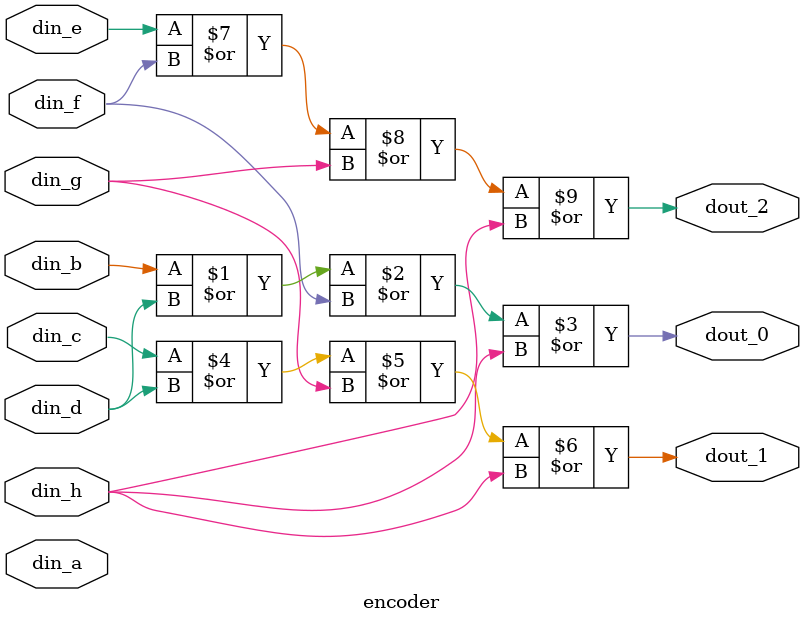
<source format=v>
`timescale 1ns/10ps


// input din_a;
// input din_b;
// input din_c;
// input din_d;

// output dout_0;
// output dout_1;

// assign dout_0 = din_b | din_d;
// assign dout_1 = din_c | din_d;

// endmodule



// 8x3 encoder
module encoder(
    din_a,
    din_b,
    din_c,
    din_d,
    din_e,
    din_f,
    din_g,
    din_h,
    dout_0,
    dout_1,
    dout_2
);

input din_a;
input din_b;
input din_c;
input din_d;
input din_e;
input din_f;
input din_g;
input din_h;

output dout_0;
output dout_1;
output dout_2;

assign dout_0 = din_b | din_d | din_f | din_h;
assign dout_1 = din_c | din_d | din_g | din_h;
assign dout_2 = din_e | din_f | din_g | din_h;

endmodule
</source>
